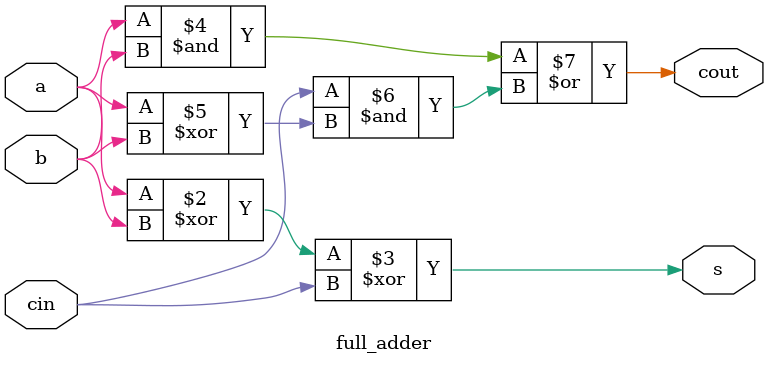
<source format=sv>
module top_module (
	input [3:0] x,
	input [3:0] y,
	output [4:0] sum
);

// Instantiating full adders
genvar i;
generate
    for (i = 0; i < 4; i = i + 1) begin : adder_gen
        full_adder full_adder_inst (
            .a(x[i]),
            .b(y[i]),
            .cin(i == 0 ? 0 : sum[i]),
            .s(sum[i]),
            .cout(sum[i+1])
        );
    end
endgenerate

endmodule
module full_adder (
	input a,
	input b,
	input cin,
	output reg s,
	output reg cout
);

	always @(*) begin
		// Implementation of full adder logic
		s = a ^ b ^ cin;
		cout = (a & b) | (cin & (a ^ b));
	end

endmodule

</source>
